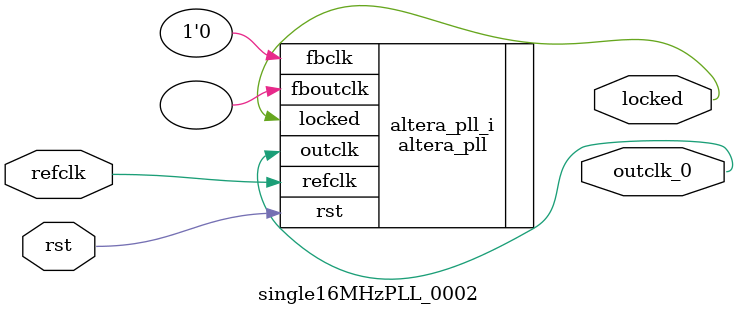
<source format=v>
`timescale 1ns/10ps
module  single16MHzPLL_0002(

	// interface 'refclk'
	input wire refclk,

	// interface 'reset'
	input wire rst,

	// interface 'outclk0'
	output wire outclk_0,

	// interface 'locked'
	output wire locked
);

	altera_pll #(
		.fractional_vco_multiplier("false"),
		.reference_clock_frequency("50.0 MHz"),
		.operation_mode("direct"),
		.number_of_clocks(1),
		.output_clock_frequency0("16.000000 MHz"),
		.phase_shift0("0 ps"),
		.duty_cycle0(50),
		.output_clock_frequency1("0 MHz"),
		.phase_shift1("0 ps"),
		.duty_cycle1(50),
		.output_clock_frequency2("0 MHz"),
		.phase_shift2("0 ps"),
		.duty_cycle2(50),
		.output_clock_frequency3("0 MHz"),
		.phase_shift3("0 ps"),
		.duty_cycle3(50),
		.output_clock_frequency4("0 MHz"),
		.phase_shift4("0 ps"),
		.duty_cycle4(50),
		.output_clock_frequency5("0 MHz"),
		.phase_shift5("0 ps"),
		.duty_cycle5(50),
		.output_clock_frequency6("0 MHz"),
		.phase_shift6("0 ps"),
		.duty_cycle6(50),
		.output_clock_frequency7("0 MHz"),
		.phase_shift7("0 ps"),
		.duty_cycle7(50),
		.output_clock_frequency8("0 MHz"),
		.phase_shift8("0 ps"),
		.duty_cycle8(50),
		.output_clock_frequency9("0 MHz"),
		.phase_shift9("0 ps"),
		.duty_cycle9(50),
		.output_clock_frequency10("0 MHz"),
		.phase_shift10("0 ps"),
		.duty_cycle10(50),
		.output_clock_frequency11("0 MHz"),
		.phase_shift11("0 ps"),
		.duty_cycle11(50),
		.output_clock_frequency12("0 MHz"),
		.phase_shift12("0 ps"),
		.duty_cycle12(50),
		.output_clock_frequency13("0 MHz"),
		.phase_shift13("0 ps"),
		.duty_cycle13(50),
		.output_clock_frequency14("0 MHz"),
		.phase_shift14("0 ps"),
		.duty_cycle14(50),
		.output_clock_frequency15("0 MHz"),
		.phase_shift15("0 ps"),
		.duty_cycle15(50),
		.output_clock_frequency16("0 MHz"),
		.phase_shift16("0 ps"),
		.duty_cycle16(50),
		.output_clock_frequency17("0 MHz"),
		.phase_shift17("0 ps"),
		.duty_cycle17(50),
		.pll_type("General"),
		.pll_subtype("General")
	) altera_pll_i (
		.rst	(rst),
		.outclk	({outclk_0}),
		.locked	(locked),
		.fboutclk	( ),
		.fbclk	(1'b0),
		.refclk	(refclk)
	);
endmodule


</source>
